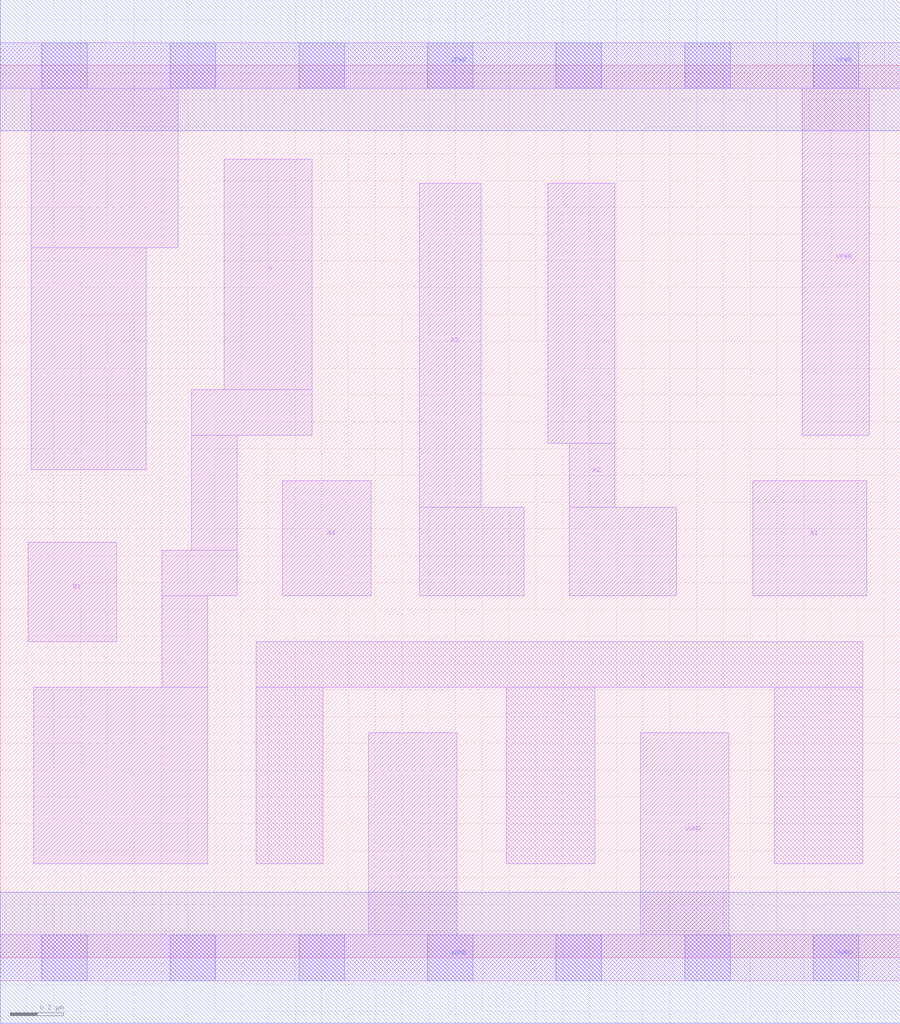
<source format=lef>
# Copyright 2020 The SkyWater PDK Authors
#
# Licensed under the Apache License, Version 2.0 (the "License");
# you may not use this file except in compliance with the License.
# You may obtain a copy of the License at
#
#     https://www.apache.org/licenses/LICENSE-2.0
#
# Unless required by applicable law or agreed to in writing, software
# distributed under the License is distributed on an "AS IS" BASIS,
# WITHOUT WARRANTIES OR CONDITIONS OF ANY KIND, either express or implied.
# See the License for the specific language governing permissions and
# limitations under the License.
#
# SPDX-License-Identifier: Apache-2.0

VERSION 5.7 ;
  NAMESCASESENSITIVE ON ;
  NOWIREEXTENSIONATPIN ON ;
  DIVIDERCHAR "/" ;
  BUSBITCHARS "[]" ;
UNITS
  DATABASE MICRONS 200 ;
END UNITS
MACRO sky130_fd_sc_ms__o41ai_1
  CLASS CORE ;
  SOURCE USER ;
  FOREIGN sky130_fd_sc_ms__o41ai_1 ;
  ORIGIN  0.000000  0.000000 ;
  SIZE  3.360000 BY  3.330000 ;
  SYMMETRY X Y ;
  SITE unit ;
  PIN A1
    ANTENNAGATEAREA  0.312600 ;
    DIRECTION INPUT ;
    USE SIGNAL ;
    PORT
      LAYER li1 ;
        RECT 2.810000 1.350000 3.235000 1.780000 ;
    END
  END A1
  PIN A2
    ANTENNAGATEAREA  0.312600 ;
    DIRECTION INPUT ;
    USE SIGNAL ;
    PORT
      LAYER li1 ;
        RECT 2.045000 1.920000 2.295000 2.890000 ;
        RECT 2.125000 1.350000 2.525000 1.680000 ;
        RECT 2.125000 1.680000 2.295000 1.920000 ;
    END
  END A2
  PIN A3
    ANTENNAGATEAREA  0.312600 ;
    DIRECTION INPUT ;
    USE SIGNAL ;
    PORT
      LAYER li1 ;
        RECT 1.565000 1.350000 1.955000 1.680000 ;
        RECT 1.565000 1.680000 1.795000 2.890000 ;
    END
  END A3
  PIN A4
    ANTENNAGATEAREA  0.312600 ;
    DIRECTION INPUT ;
    USE SIGNAL ;
    PORT
      LAYER li1 ;
        RECT 1.055000 1.350000 1.385000 1.780000 ;
    END
  END A4
  PIN B1
    ANTENNAGATEAREA  0.312600 ;
    DIRECTION INPUT ;
    USE SIGNAL ;
    PORT
      LAYER li1 ;
        RECT 0.105000 1.180000 0.435000 1.550000 ;
    END
  END B1
  PIN Y
    ANTENNADIFFAREA  0.569300 ;
    DIRECTION OUTPUT ;
    USE SIGNAL ;
    PORT
      LAYER li1 ;
        RECT 0.125000 0.350000 0.775000 1.010000 ;
        RECT 0.605000 1.010000 0.775000 1.350000 ;
        RECT 0.605000 1.350000 0.885000 1.520000 ;
        RECT 0.715000 1.520000 0.885000 1.950000 ;
        RECT 0.715000 1.950000 1.165000 2.120000 ;
        RECT 0.835000 2.120000 1.165000 2.980000 ;
    END
  END Y
  PIN VGND
    DIRECTION INOUT ;
    USE GROUND ;
    PORT
      LAYER li1 ;
        RECT 0.000000 -0.085000 3.360000 0.085000 ;
        RECT 1.375000  0.085000 1.705000 0.840000 ;
        RECT 2.390000  0.085000 2.720000 0.840000 ;
      LAYER mcon ;
        RECT 0.155000 -0.085000 0.325000 0.085000 ;
        RECT 0.635000 -0.085000 0.805000 0.085000 ;
        RECT 1.115000 -0.085000 1.285000 0.085000 ;
        RECT 1.595000 -0.085000 1.765000 0.085000 ;
        RECT 2.075000 -0.085000 2.245000 0.085000 ;
        RECT 2.555000 -0.085000 2.725000 0.085000 ;
        RECT 3.035000 -0.085000 3.205000 0.085000 ;
      LAYER met1 ;
        RECT 0.000000 -0.245000 3.360000 0.245000 ;
    END
  END VGND
  PIN VPWR
    DIRECTION INOUT ;
    USE POWER ;
    PORT
      LAYER li1 ;
        RECT 0.000000 3.245000 3.360000 3.415000 ;
        RECT 0.115000 1.820000 0.545000 2.650000 ;
        RECT 0.115000 2.650000 0.665000 3.245000 ;
        RECT 2.995000 1.950000 3.245000 3.245000 ;
      LAYER mcon ;
        RECT 0.155000 3.245000 0.325000 3.415000 ;
        RECT 0.635000 3.245000 0.805000 3.415000 ;
        RECT 1.115000 3.245000 1.285000 3.415000 ;
        RECT 1.595000 3.245000 1.765000 3.415000 ;
        RECT 2.075000 3.245000 2.245000 3.415000 ;
        RECT 2.555000 3.245000 2.725000 3.415000 ;
        RECT 3.035000 3.245000 3.205000 3.415000 ;
      LAYER met1 ;
        RECT 0.000000 3.085000 3.360000 3.575000 ;
    END
  END VPWR
  OBS
    LAYER li1 ;
      RECT 0.955000 0.350000 1.205000 1.010000 ;
      RECT 0.955000 1.010000 3.220000 1.180000 ;
      RECT 1.890000 0.350000 2.220000 1.010000 ;
      RECT 2.890000 0.350000 3.220000 1.010000 ;
  END
END sky130_fd_sc_ms__o41ai_1

</source>
